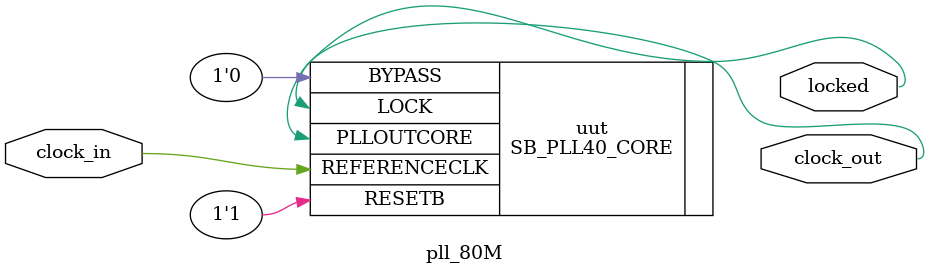
<source format=v>
/**
 * PLL configuration
 *
 * This Verilog module was generated automatically
 * using the icepll tool from the IceStorm project.
 * Use at your own risk.
 *
 * Given input frequency:        48.000 MHz
 * Requested output frequency:   80.000 MHz
 * Achieved output frequency:    80.000 MHz
 */

module pll_80M(
	input  clock_in,
	output clock_out,
	output locked
	);

SB_PLL40_CORE #(
		.FEEDBACK_PATH("SIMPLE"),
		.DIVR(4'b0010),		// DIVR =  2
		.DIVF(7'b0100111),	// DIVF = 39
		.DIVQ(3'b011),		// DIVQ =  3
		.FILTER_RANGE(3'b001)	// FILTER_RANGE = 1
	) uut (
		.LOCK(locked),
		.RESETB(1'b1),
		.BYPASS(1'b0),
		.REFERENCECLK(clock_in),
		.PLLOUTCORE(clock_out)
		);

endmodule

</source>
